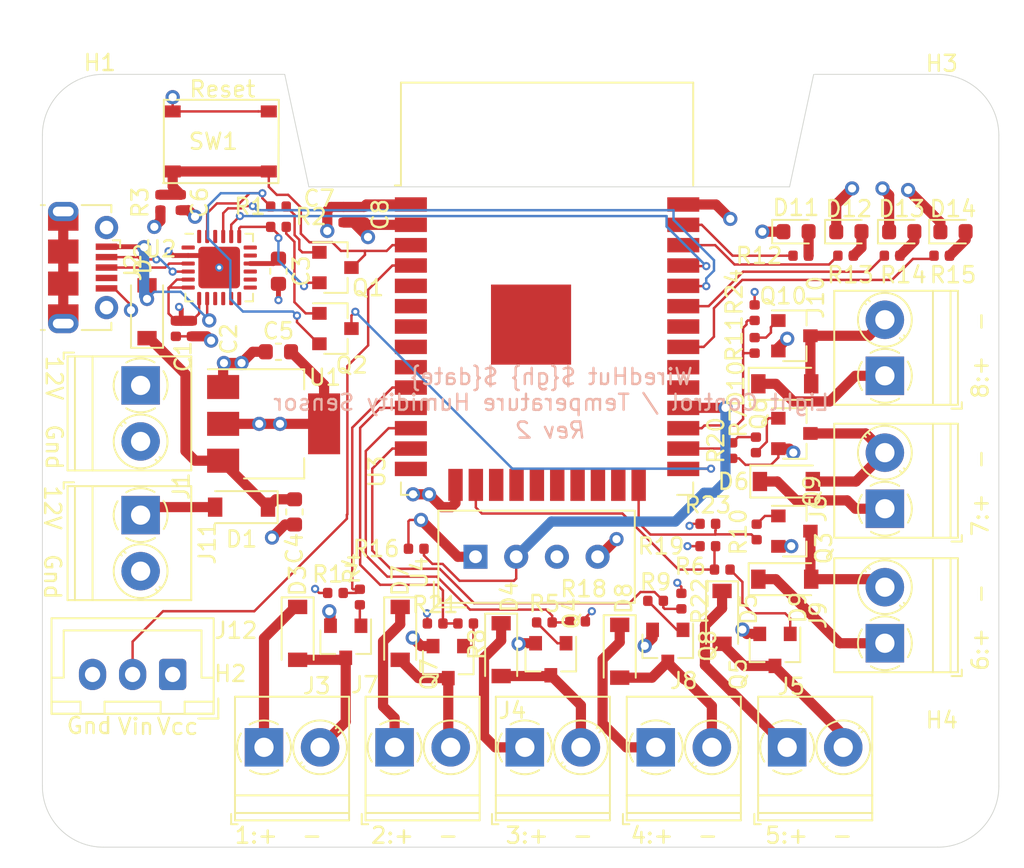
<source format=kicad_pcb>
(kicad_pcb (version 20211014) (generator pcbnew)
  (title_block (date "${date}") (rev "${gh}") (comment 4 "@Comment4@"))
  (layers (0 "F.Cu" signal) (2 "In2.Cu" power) (3 "In3.Cu" power) (31 "B.Cu" signal) (34 "B.Paste" user) (35 "F.Paste" user) (36 "B.SilkS" user "B.Silkscreen") (37 "F.SilkS" user "F.Silkscreen") (38 "B.Mask" user) (39 "F.Mask" user) (44 "Edge.Cuts" user))
  (net 0 "")
  (net 1 "GND")
  (net 2 "+3V3")
  (net 3 "Net-(C3-Pad1)")
  (net 4 "Net-(C4-Pad1)")
  (net 5 "/EN")
  (net 6 "VCC")
  (net 7 "VBUS")
  (net 8 "/USB_RTS")
  (net 9 "Net-(Q1-Pad1)")
  (net 10 "/IO0")
  (net 11 "/USB_DTR")
  (net 12 "Net-(Q2-Pad1)")
  (net 13 "/USB_TX")
  (net 14 "/USB_RX")
  (net 15 "/USB_DM")
  (net 16 "/USB_DP")
  (net 17 "Net-(D3-Pad2)")
  (net 18 "Net-(D4-Pad2)")
  (net 19 "Net-(D5-Pad2)")
  (net 20 "Net-(D6-Pad2)")
  (net 21 "Net-(D7-Pad2)")
  (net 22 "Net-(D8-Pad2)")
  (net 23 "Net-(D9-Pad2)")
  (net 24 "Net-(D10-Pad2)")
  (net 25 "Net-(Q3-Pad1)")
  (net 26 "Net-(Q4-Pad1)")
  (net 27 "Net-(Q5-Pad1)")
  (net 28 "Net-(Q6-Pad1)")
  (net 29 "Net-(Q7-Pad1)")
  (net 30 "Net-(Q8-Pad1)")
  (net 31 "Net-(Q9-Pad1)")
  (net 32 "Net-(Q10-Pad1)")
  (net 33 "/PIR_A")
  (net 34 "/CH_1")
  (net 35 "/CH_3")
  (net 36 "/CH_5")
  (net 37 "/CH_7")
  (net 38 "/CH_2")
  (net 39 "/CH_4")
  (net 40 "/CH_6")
  (net 41 "/CH_8")
  (net 42 "Net-(D11-Pad2)")
  (net 43 "Net-(D12-Pad2)")
  (net 44 "Net-(D13-Pad2)")
  (net 45 "Net-(D14-Pad2)")
  (net 46 "/LED1")
  (net 47 "/LED2")
  (net 48 "/LED3")
  (net 49 "/LED4")
  (net 50 "/DHT_IO")
  (footprint "Resistor_SMD:R_0402_1005Metric" (layer "F.Cu") (at 111.2 69.85 -90)
    (fp_text reference "C1")
    (fp_text value "1uF")
  )
  (footprint "Resistor_SMD:R_0402_1005Metric" (layer "F.Cu") (at 112.2 69.85 -90)
    (fp_text reference "C2")
    (fp_text value "0.1uF")
  )
  (footprint "Resistor_SMD:R_0603_1608Metric" (layer "F.Cu") (at 117.602 66.2685 -90)
    (fp_text reference "C3")
    (fp_text value "4.7uF")
  )
  (footprint "Resistor_SMD:R_0603_1608Metric" (layer "F.Cu") (at 118.6 81.3 -90)
    (fp_text reference "C4")
    (fp_text value "1uF")
  )
  (footprint "Resistor_SMD:R_0603_1608Metric" (layer "F.Cu") (at 117.6 71.3 180)
    (fp_text reference "C5")
    (fp_text value "22uF")
  )
  (footprint "Resistor_SMD:R_0402_1005Metric" (layer "F.Cu") (at 122.936 62.738 90)
    (fp_text reference "C8")
    (fp_text value "0.1uF")
  )
  (footprint "Diode_SMD:D_SOD-123" (layer "F.Cu") (at 115.3 81 180)
    (fp_text reference "D1")
    (fp_text value "D_Schottky")
  )
  (footprint "Diode_SMD:D_SOD-123" (layer "F.Cu") (at 109.4 68.8 90)
    (fp_text reference "D2")
    (fp_text value "D_Schottky")
  )
  (footprint "Package_TO_SOT_SMD:SOT-23" (layer "F.Cu") (at 121.158 69.85)
    (fp_text reference "Q2")
    (fp_text value "Q_NPN_BEC")
  )
  (footprint "Resistor_SMD:R_0402_1005Metric" (layer "F.Cu") (at 117.602 62.23 180)
    (fp_text reference "R1")
    (fp_text value "10kR")
  )
  (footprint "Resistor_SMD:R_0402_1005Metric" (layer "F.Cu") (at 117.602 63.5 180)
    (fp_text reference "R2")
    (fp_text value "10kR")
  )
  (footprint "Resistor_SMD:R_0402_1005Metric" (layer "F.Cu") (at 110.236 61.976 -90)
    (fp_text reference "R3")
    (fp_text value "10kR")
  )
  (footprint "footprints:TS-1187A" (layer "F.Cu") (at 114 58.166)
    (fp_text reference "SW1")
    (fp_text value "SW_Push")
  )
  (footprint "Package_TO_SOT_SMD:SOT-223-3_TabPin2" (layer "F.Cu") (at 117.3 75.8)
    (fp_text reference "U1")
    (fp_text value "AZ1117-3.3")
  )
  (footprint "Package_DFN_QFN:QFN-24-1EP_4x4mm_P0.5mm_EP2.6x2.6mm" (layer "F.Cu") (at 113.904 66.04)
    (fp_text reference "U2")
    (fp_text value "CP2104")
  )
  (footprint "RF_Module:ESP32-WROOM-32" (layer "F.Cu") (at 134.366 70.358)
    (fp_text reference "U3")
    (fp_text value "ESP32-WROOM-32")
  )
  (footprint "Diode_SMD:D_SOD-123" (layer "F.Cu") (at 118.8 88.884 -90)
    (fp_text reference "D3")
    (fp_text value "D_Schottky")
  )
  (footprint "Connector_USB:USB_Micro-B_Molex-105017-0001" (layer "F.Cu") (at 105.41 66.04 -90)
    (fp_text reference "J2")
    (fp_text value "USB_B_Micro")
  )
  (footprint "Resistor_SMD:R_0402_1005Metric" (layer "F.Cu") (at 122.682 86.614 90)
    (fp_text reference "R4")
    (fp_text value "100R")
  )
  (footprint "Resistor_SMD:R_0402_1005Metric" (layer "F.Cu") (at 134.2 88.2)
    (fp_text reference "R5")
    (fp_text value "100R")
  )
  (footprint "Resistor_SMD:R_0402_1005Metric" (layer "F.Cu") (at 145.3 84.9 180)
    (fp_text reference "R6")
    (fp_text value "100R")
  )
  (footprint "Resistor_SMD:R_0402_1005Metric" (layer "F.Cu") (at 147.4 77.115 90)
    (fp_text reference "R7")
    (fp_text value "100R")
  )
  (footprint "Resistor_SMD:R_0402_1005Metric" (layer "F.Cu") (at 129.286 88.265 180)
    (fp_text reference "R8")
    (fp_text value "100R")
  )
  (footprint "Resistor_SMD:R_0402_1005Metric" (layer "F.Cu") (at 141.138 86.852)
    (fp_text reference "R9")
    (fp_text value "100R")
  )
  (footprint "Resistor_SMD:R_0402_1005Metric" (layer "F.Cu") (at 147.32 70.9 -90)
    (fp_text reference "R11")
    (fp_text value "100R")
  )
  (footprint "TerminalBlock_Phoenix:TerminalBlock_Phoenix_PT-1,5-2-3.5-H_1x02_P3.50mm_Horizontal" (layer "F.Cu") (at 109 73.4 -90)
    (fp_text reference "J1")
    (fp_text value "Screw_Terminal_01x02")
  )
  (footprint "TerminalBlock_Phoenix:TerminalBlock_Phoenix_PT-1,5-2-3.5-H_1x02_P3.50mm_Horizontal" (layer "F.Cu") (at 116.7 96)
    (fp_text reference "J3")
    (fp_text value "Screw_Terminal_01x02")
  )
  (footprint "Resistor_SMD:R_0402_1005Metric" (layer "F.Cu") (at 121.666 62.738 90)
    (fp_text reference "C7")
    (fp_text value "10uF")
  )
  (footprint "Package_TO_SOT_SMD:SOT-23" (layer "F.Cu") (at 121.158 66.04)
    (fp_text reference "Q1")
    (fp_text value "Q_NPN_BEC")
  )
  (footprint "Resistor_SMD:R_0402_1005Metric" (layer "F.Cu") (at 111.506 61.976 -90)
    (fp_text reference "C6")
    (fp_text value "0.1uF")
  )
  (footprint "Diode_SMD:D_SOD-123" (layer "F.Cu") (at 131.5 89.9 -90)
    (fp_text reference "D4")
    (fp_text value "D_Schottky")
  )
  (footprint "Diode_SMD:D_SOD-123" (layer "F.Cu") (at 145.288 87.884 -90)
    (fp_text reference "D5")
    (fp_text value "D_Schottky")
  )
  (footprint "Diode_SMD:D_SOD-123" (layer "F.Cu") (at 149.3 79.4)
    (fp_text reference "D6")
    (fp_text value "D_Schottky")
  )
  (footprint "Diode_SMD:D_SOD-123" (layer "F.Cu") (at 125.2 88.884 -90)
    (fp_text reference "D7")
    (fp_text value "D_Schottky")
  )
  (footprint "Diode_SMD:D_SOD-123" (layer "F.Cu") (at 138.9 90 -90)
    (fp_text reference "D8")
    (fp_text value "D_Schottky")
  )
  (footprint "Diode_SMD:D_SOD-123" (layer "F.Cu") (at 149.2 73.3)
    (fp_text reference "D10")
    (fp_text value "D_Schottky")
  )
  (footprint "Package_TO_SOT_SMD:SOT-23" (layer "F.Cu") (at 134.6 90.5 -90)
    (fp_text reference "Q4")
    (fp_text value "Q_NMOS_GDS")
  )
  (footprint "Package_TO_SOT_SMD:SOT-23" (layer "F.Cu") (at 148.59 89.916 -90)
    (fp_text reference "Q5")
    (fp_text value "Q_NMOS_GDS")
  )
  (footprint "Package_TO_SOT_SMD:SOT-23" (layer "F.Cu") (at 149.8 76.4)
    (fp_text reference "Q6")
    (fp_text value "Q_NMOS_GDS")
  )
  (footprint "Package_TO_SOT_SMD:SOT-23" (layer "F.Cu") (at 128.2 90.678 -90)
    (fp_text reference "Q7")
    (fp_text value "Q_NMOS_GDS")
  )
  (footprint "Package_TO_SOT_SMD:SOT-23" (layer "F.Cu") (at 141.9 89.662 -90)
    (fp_text reference "Q8")
    (fp_text value "Q_NMOS_GDS")
  )
  (footprint "TerminalBlock_Phoenix:TerminalBlock_Phoenix_PT-1,5-2-3.5-H_1x02_P3.50mm_Horizontal" (layer "F.Cu") (at 132.978 96)
    (fp_text reference "J4")
    (fp_text value "Screw_Terminal_01x02")
  )
  (footprint "TerminalBlock_Phoenix:TerminalBlock_Phoenix_PT-1,5-2-3.5-H_1x02_P3.50mm_Horizontal" (layer "F.Cu") (at 149.35 96)
    (fp_text reference "J5")
    (fp_text value "Screw_Terminal_01x02")
  )
  (footprint "TerminalBlock_Phoenix:TerminalBlock_Phoenix_PT-1,5-2-3.5-H_1x02_P3.50mm_Horizontal" (layer "F.Cu") (at 155.448 81.1 90)
    (fp_text reference "J6")
    (fp_text value "Screw_Terminal_01x02")
  )
  (footprint "TerminalBlock_Phoenix:TerminalBlock_Phoenix_PT-1,5-2-3.5-H_1x02_P3.50mm_Horizontal" (layer "F.Cu") (at 124.85 96)
    (fp_text reference "J7")
    (fp_text value "Screw_Terminal_01x02")
  )
  (footprint "TerminalBlock_Phoenix:TerminalBlock_Phoenix_PT-1,5-2-3.5-H_1x02_P3.50mm_Horizontal" (layer "F.Cu") (at 141.15 96)
    (fp_text reference "J8")
    (fp_text value "Screw_Terminal_01x02")
  )
  (footprint "TerminalBlock_Phoenix:TerminalBlock_Phoenix_PT-1,5-2-3.5-H_1x02_P3.50mm_Horizontal" (layer "F.Cu") (at 155.448 72.8 90)
    (fp_text reference "J10")
    (fp_text value "Screw_Terminal_01x02")
  )
  (footprint "Resistor_SMD:R_0402_1005Metric" (layer "F.Cu") (at 147.447 82.55 -90)
    (fp_text reference "R10")
    (fp_text value "100R")
  )
  (footprint "TerminalBlock_Phoenix:TerminalBlock_Phoenix_PT-1,5-2-3.5-H_1x02_P3.50mm_Horizontal" (layer "F.Cu") (at 155.448 89.5 90)
    (fp_text reference "J9")
    (fp_text value "Screw_Terminal_01x02")
  )
  (footprint "Package_TO_SOT_SMD:SOT-23" (layer "F.Cu") (at 149.8 82.5)
    (fp_text reference "Q9")
    (fp_text value "Q_NMOS_GDS")
  )
  (footprint "TerminalBlock_Phoenix:TerminalBlock_Phoenix_PT-1,5-2-3.5-H_1x02_P3.50mm_Horizontal" (layer "F.Cu") (at 109 81.5 -90)
    (fp_text reference "J11")
    (fp_text value "Screw_Terminal_01x02")
  )
  (footprint "Connector_JST:JST_XH_B3B-XH-A_1x03_P2.50mm_Vertical" (layer "F.Cu") (at 111 91.45 180)
    (fp_text reference "J12")
    (fp_text value "Conn_01x03")
  )
  (footprint "MountingHole:MountingHole_3.2mm_M3" (layer "F.Cu") (at 106.45 57.45)
    (fp_text reference "H1")
    (fp_text value "MountingHole")
  )
  (footprint "MountingHole:MountingHole_3.2mm_M3" (layer "F.Cu") (at 106.5 98.5)
    (fp_text reference "H2")
    (fp_text value "MountingHole")
  )
  (footprint "MountingHole:MountingHole_3.2mm_M3" (layer "F.Cu") (at 159 57.5)
    (fp_text reference "H3")
    (fp_text value "MountingHole")
  )
  (footprint "MountingHole:MountingHole_3.2mm_M3" (layer "F.Cu") (at 159 98.5)
    (fp_text reference "H4")
    (fp_text value "MountingHole")
  )
  (footprint "Diode_SMD:D_SOD-123" (layer "F.Cu") (at 149.2 85.5)
    (fp_text reference "D9")
    (fp_text value "D_Schottky")
  )
  (footprint "LED_SMD:LED_0603_1608Metric" (layer "F.Cu") (at 149.9 63.8)
    (fp_text reference "D11")
    (fp_text value "Green")
  )
  (footprint "LED_SMD:LED_0603_1608Metric" (layer "F.Cu") (at 153.2 63.8)
    (fp_text reference "D12")
    (fp_text value "Green")
  )
  (footprint "LED_SMD:LED_0603_1608Metric" (layer "F.Cu") (at 156.5 63.8)
    (fp_text reference "D13")
    (fp_text value "Red")
  )
  (footprint "LED_SMD:LED_0603_1608Metric" (layer "F.Cu") (at 159.7 63.8)
    (fp_text reference "D14")
    (fp_text value "Red")
  )
  (footprint "Resistor_SMD:R_0402_1005Metric" (layer "F.Cu") (at 150.2 65.3)
    (fp_text reference "R12")
    (fp_text value "47R")
  )
  (footprint "Resistor_SMD:R_0402_1005Metric" (layer "F.Cu") (at 153 65.3)
    (fp_text reference "R13")
    (fp_text value "47R")
  )
  (footprint "Resistor_SMD:R_0402_1005Metric" (layer "F.Cu") (at 155.9 65.3)
    (fp_text reference "R14")
    (fp_text value "150R")
  )
  (footprint "Resistor_SMD:R_0402_1005Metric" (layer "F.Cu") (at 159 65.3)
    (fp_text reference "R15")
    (fp_text value "150R")
  )
  (footprint "Sensor:Aosong_DHT11_5.5x12.0_P2.54mm" (layer "F.Cu") (at 129.9 84.1 90)
    (fp_text reference "U4")
    (fp_text value "DHT11")
  )
  (footprint "Resistor_SMD:R_0402_1005Metric" (layer "F.Cu") (at 126.2 83.6 180)
    (fp_text reference "R16")
    (fp_text value "10kR")
  )
  (footprint "Package_TO_SOT_SMD:SOT-23" (layer "F.Cu") (at 121.8 89.408 -90)
    (fp_text reference "Q3")
    (fp_text value "Q_NMOS_GSD")
  )
  (footprint "Resistor_SMD:R_0402_1005Metric" (layer "F.Cu") (at 121.158 86.36)
    (fp_text reference "R17")
    (fp_text value "10kR")
  )
  (footprint "Resistor_SMD:R_0402_1005Metric" (layer "F.Cu") (at 136.271 88.138 180)
    (fp_text reference "R18")
    (fp_text value "10kR")
  )
  (footprint "Resistor_SMD:R_0402_1005Metric" (layer "F.Cu") (at 144.399 83.439)
    (fp_text reference "R19")
    (fp_text value "10kR")
  )
  (footprint "Resistor_SMD:R_0402_1005Metric" (layer "F.Cu") (at 145.923 77.47 90)
    (fp_text reference "R20")
    (fp_text value "10kR")
  )
  (footprint "Resistor_SMD:R_0402_1005Metric" (layer "F.Cu") (at 127.381 88.265)
    (fp_text reference "R21")
    (fp_text value "10kR")
  )
  (footprint "Resistor_SMD:R_0402_1005Metric" (layer "F.Cu") (at 142.748 86.868 -90)
    (fp_text reference "R22")
    (fp_text value "10kR")
  )
  (footprint "Resistor_SMD:R_0402_1005Metric" (layer "F.Cu") (at 144.399 82.042)
    (fp_text reference "R23")
    (fp_text value "10kR")
  )
  (footprint "Resistor_SMD:R_0402_1005Metric" (layer "F.Cu") (at 147.32 68.857 -90)
    (fp_text reference "R24")
    (fp_text value "10kR")
  )
  (footprint "Package_TO_SOT_SMD:SOT-23" (layer "F.Cu") (at 149.8 70.3)
    (fp_text reference "Q10")
    (fp_text value "Q_NMOS_GDS")
  )
  (gr_line (start 102.87 57.785) (end 102.87 98.425) (layer "Edge.Cuts") (width 0.05))
  (gr_line (start 106.68 102.235) (end 158.75 102.235) (layer "Edge.Cuts") (width 0.05))
  (gr_line (start 162.56 98.425) (end 162.56 57.785) (layer "Edge.Cuts") (width 0.05))
  (gr_line (start 117.975 53.975) (end 118 54) (layer "Edge.Cuts") (width 0.05))
  (gr_line (start 151.025 53.975) (end 151 54) (layer "Edge.Cuts") (width 0.05))
  (gr_line (start 158.75 53.975) (end 151.025 53.975) (layer "Edge.Cuts") (width 0.05))
  (gr_arc (start 106.68 102.235) (mid 103.985923 101.119077) (end 102.87 98.425) (layer "Edge.Cuts") (width 0.05))
  (gr_arc (start 102.87 57.785) (mid 103.985923 55.090923) (end 106.68 53.975) (layer "Edge.Cuts") (width 0.05))
  (gr_arc (start 162.56 98.425) (mid 161.444077 101.119077) (end 158.75 102.235) (layer "Edge.Cuts") (width 0.05))
  (gr_line (start 119.5 61) (end 149.5 61) (layer "Edge.Cuts") (width 0.05))
  (gr_arc (start 158.75 53.975) (mid 161.444077 55.090923) (end 162.56 57.785) (layer "Edge.Cuts") (width 0.05))
  (gr_line (start 106.68 53.975) (end 117.975 53.975) (layer "Edge.Cuts") (width 0.05))
  (gr_line (start 149.5 61) (end 151 54) (layer "Edge.Cuts") (width 0.05))
  (gr_line (start 118 54) (end 119.5 61) (layer "Edge.Cuts") (width 0.05))
  (gr_text "Rev 2" (at 134.62 76.2) (layer "B.SilkS") (effects (font (size 1 1) (thickness 0.15) italic) (justify mirror)))
  (gr_text "WiredHut ${gh} ${date}\nLight Control / Temperature Humidity Sensor" (at 134.62 73.66) (layer "B.SilkS") (effects (font (size 1 1)) (justify mirror)))
  (gr_text "12V  Gnd" (at 103.5 83.2 270) (layer "F.SilkS") (effects (font (size 1 1))))
  (gr_text "5:+  -" (at 150.7 101.5) (layer "F.SilkS") (effects (font (size 1 1))))
  (gr_text "Gnd" (at 105.8 94.65) (layer "F.SilkS") (effects (font (size 1 1))))
  (gr_text "6:+  -" (at 161.4 88.5 90) (layer "F.SilkS") (effects (font (size 1 1))))
  (gr_text "8:+  -" (at 161.4 71.5 90) (layer "F.SilkS") (effects (font (size 1 1))))
  (gr_text "Vcc" (at 111.3 94.7) (layer "F.SilkS") (effects (font (size 1 1))))
  (gr_text "Vin" (at 108.7 94.7) (layer "F.SilkS") (effects (font (size 1 1))))
  (gr_text "4:+  -" (at 142.3 101.5) (layer "F.SilkS") (effects (font (size 1 1))))
  (gr_text "12V  Gnd" (at 103.6 75.1 270) (layer "F.SilkS") (effects (font (size 1 1))))
  (gr_text "2:+  -" (at 126.1 101.5) (layer "F.SilkS") (effects (font (size 1 1))))
  (gr_text "1:+  -" (at 117.6 101.5) (layer "F.SilkS") (effects (font (size 1 1))))
  (gr_text "Reset" (at 114.1 54.9) (layer "F.SilkS") (effects (font (size 1 1))))
  (gr_text "7:+  -" (at 161.4 80.1 90) (layer "F.SilkS") (effects (font (size 1 1))))
  (gr_text "3:+  -" (at 134.5 101.5) (layer "F.SilkS") (effects (font (size 1 1))))
  (segment (start 142.866 62.103) (end 144.903 62.103) (width 0.635) (layer "F.Cu") (net 1))
  (segment (start 118.0125 82.0875) (end 117.2 82.9) (width 0.635) (layer "F.Cu") (net 1))
  (segment (start 147.64 88.916) (end 146.828 88.916) (width 0.635) (layer "F.Cu") (net 1))
  (segment (start 111.991 62.461) (end 112.395 62.865) (width 0.635) (layer "F.Cu") (net 1))
  (segment (start 147.32 68.372) (end 147.32 67.564) (width 0.1524) (layer "F.Cu") (net 1))
  (segment (start 125.866 62.103) (end 123.086 62.103) (width 0.635) (layer "F.Cu") (net 1))
  (segment (start 116.8125 71.3) (end 116 71.3) (width 0.635) (layer "F.Cu") (net 1))
  (segment (start 140.95 88.662) (end 140.95 89.174) (width 0.635) (layer "F.Cu") (net 1))
  (segment (start 122.936 62.253) (end 121.666 62.253) (width 0.635) (layer "F.Cu") (net 1))
  (segment (start 148.3434 78.359) (end 148.8 77.9024) (width 0.1524) (layer "F.Cu") (net 1))
  (segment (start 140.95 89.174) (end 140.462 89.662) (width 0.635) (layer "F.Cu") (net 1))
  (segment (start 111.2 70.335) (end 112.2 70.335) (width 0.1524) (layer "F.Cu") (net 1))
  (segment (start 120.87609 62.25791) (end 120.65 62.484) (width 0.635) (layer "F.Cu") (net 1))
  (segment (start 113.154 65.29) (end 113.904 66.04) (width 0.3048) (layer "F.Cu") (net 1))
  (segment (start 126.896 87.653) (end 126.873 87.63) (width 0.1524) (layer "F.Cu") (net 1))
  (segment (start 143.914 83.439) (end 143.129 83.439) (width 0.1524) (layer "F.Cu") (net 1))
  (segment (start 107.3475 67.34) (end 108.4 68.3925) (width 0.1524) (layer "F.Cu") (net 1))
  (segment (start 108.4 68.3925) (end 108.4 68.7) (width 0.1524) (layer "F.Cu") (net 1))
  (segment (start 117 56.291) (end 116.3476 56.291) (width 0.1524) (layer "F.Cu") (net 1))
  (segment (start 152.4125 63.8) (end 152.4125 62.0875) (width 0.635) (layer "F.Cu") (net 1))
  (segment (start 127.25 89.678) (end 126.508 89.678) (width 0.635) (layer "F.Cu") (net 1))
  (segment (start 115.3 72) (end 114.2 72) (width 0.635) (layer "F.Cu") (net 1))
  (segment (start 137.6 84.1) (end 138.7 83) (width 0.635) (layer "F.Cu") (net 1))
  (segment (start 148.8 83.45) (end 149.595 83.45) (width 0.635) (layer "F.Cu") (net 1))
  (segment (start 127.8 81) (end 127 80.2) (width 0.635) (layer "F.Cu") (net 1))
  (segment (start 148.8 71.25) (end 148.8 71.037) (width 0.635) (layer "F.Cu") (net 1))
  (segment (start 116.3476 56.291) (end 111 56.291) (width 0.1524) (layer "F.Cu") (net 1))
  (segment (start 143.914 82.042) (end 143.383 82.042) (width 0.1524) (layer "F.Cu") (net 1))
  (segment (start 113.135 70.335) (end 113.4 70.6) (width 0.635) (layer "F.Cu") (net 1))
  (segment (start 155.7125 61.5125) (end 155.3 61.1) (width 0.635) (layer "F.Cu") (net 1))
  (segment (start 144.903 62.103) (end 145.8 63) (width 0.635) (layer "F.Cu") (net 1))
  (segment (start 117.602 67.056) (end 117.602 68.072) (width 0.3048) (layer "F.Cu") (net 1))
  (segment (start 136.756 87.907) (end 137.16 87.503) (width 0.1524) (layer "F.Cu") (net 1))
  (segment (start 106.8725 67.34) (end 107.3475 67.34) (width 0.1524) (layer "F.Cu") (net 1))
  (segment (start 137.52 84.1) (end 137.6 84.1) (width 0.635) (layer "F.Cu") (net 1))
  (segment (start 146.343 77.955) (end 146.747 78.359) (width 0.1524) (layer "F.Cu") (net 1))
  (segment (start 149.595 83.45) (end 149.606 83.439) (width 0.635) (layer "F.Cu") (net 1))
  (segment (start 114.15 72.05) (end 114.2 72) (width 0.635) (layer "F.Cu") (net 1))
  (segment (start 118.6 82.0875) (end 118.0125 82.0875) (width 0.635) (layer "F.Cu") (net 1))
  (segment (start 132.623 89.5) (end 132.588 89.535) (width 0.635) (layer "F.Cu") (net 1))
  (segment (start 148.8 77.9024) (end 148.8 77.35) (width 0.1524) (layer "F.Cu") (net 1))
  (segment (start 145.923 77.955) (end 146.343 77.955) (width 0.1524) (layer "F.Cu") (net 1))
  (segment (start 111.9665 65.29) (end 113.154 65.29) (width 0.3048) (layer "F.Cu") (net 1))
  (segment (start 128.4 81) (end 127.8 81) (width 0.635) (layer "F.Cu") (net 1))
  (segment (start 120.65 62.484) (end 120.65 63.754) (width 0.635) (layer "F.Cu") (net 1))
  (segment (start 142.748 85.979) (end 142.494 85.725) (width 0.1524) (layer "F.Cu") (net 1))
  (segment (start 148.8 77.35) (end 149.486 77.35) (width 0.635) (layer "F.Cu") (net 1))
  (segment (start 133.65 89.5) (end 132.623 89.5) (width 0.635) (layer "F.Cu") (net 1))
  (segment (start 111.01 65.29) (end 110.744 65.024) (width 0.3048) (layer "F.Cu") (net 1))
  (segment (start 111.9665 65.29) (end 111.01 65.29) (width 0.3048) (layer "F.Cu") (net 1))
  (segment (start 127 80.2) (end 126 80.2) (width 0.635) (layer "F.Cu") (net 1))
  (segment (start 121.666 62.253) (end 120.881 62.253) (width 0.635) (layer "F.Cu") (net 1))
  (segment (start 128.651 80.749) (end 128.4 81) (width 0.635) (layer "F.Cu") (net 1))
  (segment (start 120.881 62.253) (end 120.87609 62.25791) (width 0.635) (layer "F.Cu") (net 1))
  (segment (start 149.1125 63.8) (end 147.8 63.8) (width 0.635) (layer "F.Cu") (net 1))
  (segment (start 111.506 62.461) (end 111.991 62.461) (width 0.635) (layer "F.Cu") (net 1))
  (segment (start 126.508 89.678) (end 125.984 89.154) (width 0.635) (layer "F.Cu") (net 1))
  (segment (start 149.486 77.35) (end 149.733 77.597) (width 0.635) (layer "F.Cu") (net 1))
  (segment (start 112.2 70.335) (end 113.135 70.335) (width 0.635) (layer "F.Cu") (net 1))
  (segment (start 111 56.291) (end 111 55.4) (width 0.1524) (layer "F.Cu") (net 1))
  (segment (start 155.7125 63.8) (end 155.7125 61.5125) (width 0.635) (layer "F.Cu") (net 1))
  (segment (start 104.1725 63.14) (end 104.1725 65.04) (width 0.635) (layer "F.Cu") (net 1))
  (segment (start 152.4125 62.0875) (end 153.4 61.1) (width 0.635) (layer "F.Cu") (net 1))
  (segment (start 126.896 88.265) (end 126.896 87.653) (width 0.1524) (layer "F.Cu") (net 1))
  (segment (start 104.1725 67.04) (end 104.1725 68.94) (width 0.635) (layer "F.Cu") (net 1))
  (segment (start 120.85 88.408) (end 120.85 87.576) (width 0.635) (layer "F.Cu") (net 1))
  (segment (start 148.8 71.037) (end 149.352 70.485) (width 0.635) (layer "F.Cu") (net 1))
  (segment (start 123.086 62.103) (end 122.936 62.253) (width 0.635) (layer "F.Cu") (net 1))
  (segment (start 146.828 88.916) (end 146.558 88.646) (width 0.635) (layer "F.Cu") (net 1))
  (segment (start 136.756 88.138) (end 136.756 87.907) (width 0.1524) (layer "F.Cu") (net 1))
  (segment (start 104.1725 65.04) (end 104.1725 67.04) (width 0.635) (layer "F.Cu") (net 1))
  (segment (start 143.383 82.042) (end 143.256 82.169) (width 0.1524) (layer "F.Cu") (net 1))
  (segment (start 120.142 86.36) (end 119.888 86.106) (width 0.1524) (layer "F.Cu") (net 1))
  (segment (start 128.651 79.613) (end 128.651 80.749) (width 0.635) (layer "F.Cu") (net 1))
  (segment (start 116 71.3) (end 115.3 72) (width 0.635) (layer "F.Cu") (net 1))
  (segment (start 120.673 86.36) (end 120.142 86.36) (width 0.1524) (layer "F.Cu") (net 1))
  (segment (start 158.9125 63.2125) (end 156.9 61.2) (width 0.635) (layer "F.Cu") (net 1))
  (segment (start 120.85 87.576) (end 120.777 87.503) (width 0.635) (layer "F.Cu") (net 1))
  (segment (start 114.15 73.5) (end 114.15 72.05) (width 0.635) (layer "F.Cu") (net 1))
  (segment (start 142.748 86.383) (end 142.748 85.979) (width 0.1524) (layer "F.Cu") (net 1))
  (segment (start 158.9125 63.8) (end 158.9125 63.2125) (width 0.635) (layer "F.Cu") (net 1))
  (segment (start 146.747 78.359) (end 148.3434 78.359) (width 0.1524) (layer "F.Cu") (net 1))
  (via (at 140.462 89.662) (size 0.889) (drill 0.508) (layers "F.Cu" "B.Cu") (net 1))
  (via (at 147.32 67.564) (size 0.508) (drill 0.254) (layers "F.Cu" "B.Cu") (net 1))
  (via (at 108.4 68.7) (size 0.889) (drill 0.508) (layers "F.Cu" "B.Cu") (net 1))
  (via (at 126 80.2) (size 0.889) (drill 0.508) (layers "F.Cu" "B.Cu") (net 1))
  (via (at 113.4 70.6) (size 0.889) (drill 0.508) (layers "F.Cu" "B.Cu") (net 1))
  (via (at 156.9 61.2) (size 0.889) (drill 0.508) (layers "F.Cu" "B.Cu") (net 1))
  (via (at 149.733 77.597) (size 0.889) (drill 0.508) (layers "F.Cu" "B.Cu") (net 1))
  (via (at 113.904 66.04) (size 0.508) (drill 0.254) (layers "F.Cu" "B.Cu") (net 1))
  (via (at 117.2 82.9) (size 0.889) (drill 0.508) (layers "F.Cu" "B.Cu") (net 1))
  (via (at 155.3 61.1) (size 0.889) (drill 0.508) (layers "F.Cu" "B.Cu") (net 1))
  (via (at 142.494 85.725) (size 0.508) (drill 0.254) (layers "F.Cu" "B.Cu") (net 1))
  (via (at 127 80.2) (size 0.889) (drill 0.508) (layers "F.Cu" "B.Cu") (net 1))
  (via (at 145.8 63) (size 0.889) (drill 0.508) (layers "F.Cu" "B.Cu") (net 1))
  (via (at 147.8 63.8) (size 0.889) (drill 0.508) (layers "F.Cu" "B.Cu") (net 1))
  (via (at 149.606 83.439) (size 0.889) (drill 0.508) (layers "F.Cu" "B.Cu") (net 1))
  (via (at 112.395 62.865) (size 0.889) (drill 0.508) (layers "F.Cu" "B.Cu") (net 1))
  (via (at 110.744 65.024) (size 0.508) (drill 0.254) (layers "F.Cu" "B.Cu") (net 1))
  (via (at 111 55.4) (size 0.889) (drill 0.508) (layers "F.Cu" "B.Cu") (net 1))
  (via (at 114.2 72) (size 0.889) (drill 0.508) (layers "F.Cu" "B.Cu") (net 1))
  (via (at 143.129 83.439) (size 0.508) (drill 0.254) (layers "F.Cu" "B.Cu") (net 1))
  (via (at 120.777 87.503) (size 0.889) (drill 0.508) (layers "F.Cu" "B.Cu") (net 1))
  (via (at 117.602 68.072) (size 0.508) (drill 0.254) (layers "F.Cu" "B.Cu") (net 1))
  (via (at 138.7 83) (size 0.889) (drill 0.508) (layers "F.Cu" "B.Cu") (net 1))
  (via (at 153.4 61.1) (size 0.889) (drill 0.508) (layers "F.Cu" "B.Cu") (net 1))
  (via (at 143.256 82.169) (size 0.508) (drill 0.254) (layers "F.Cu" "B.Cu") (net 1))
  (via (at 115.3 72) (size 0.889) (drill 0.508) (layers "F.Cu" "B.Cu") (net 1))
  (via (at 149.352 70.485) (size 0.889) (drill 0.508) (layers "F.Cu" "B.Cu") (net 1))
  (via (at 126.873 87.63) (size 0.508) (drill 0.254) (layers "F.Cu" "B.Cu") (net 1))
  (via (at 125.984 89.154) (size 0.889) (drill 0.508) (layers "F.Cu" "B.Cu") (net 1))
  (via (at 132.588 89.535) (size 0.889) (drill 0.508) (layers "F.Cu" "B.Cu") (net 1))
  (via (at 146.558 88.646) (size 0.889) (drill 0.508) (layers "F.Cu" "B.Cu") (net 1))
  (via (at 119.888 86.106) (size 0.508) (drill 0.254) (layers "F.Cu" "B.Cu") (net 1))
  (via (at 120.65 63.754) (size 0.889) (drill 0.508) (layers "F.Cu" "B.Cu") (net 1))
  (via (at 137.16 87.503) (size 0.508) (drill 0.254) (layers "F.Cu" "B.Cu") (net 1))
  (segment (start 117.7 75.8) (end 116.4 75.8) (width 0.635) (layer "F.Cu") (net 2))
  (segment (start 121.666 63.223) (end 122.278 63.223) (width 0.635) (layer "F.Cu") (net 2))
  (segment (start 125.871383 81.8) (end 126.5 81.8) (width 0.1524) (layer "F.Cu") (net 2))
  (segment (start 120.45 73.3625) (end 118.3875 71.3) (width 0.635) (layer "F.Cu") (net 2))
  (segment (start 110.744 68.909) (end 111.2 69.365) (width 0.1524) (layer "F.Cu") (net 2))
  (segment (start 110.744 67.31) (end 110.764 67.29) (width 0.1524) (layer "F.Cu") (net 2))
  (segment (start 110.744 67.31) (end 111.264 66.79) (width 0.1524) (layer "F.Cu") (net 2))
  (segment (start 110.236 62.461) (end 110.236 63.119) (width 0.635) (layer "F.Cu") (net 2))
  (segment (start 111.264 66.79) (end 111.9665 66.79) (width 0.1524) (layer "F.Cu") (net 2))
  (segment (start 110.236 63.119) (end 109.855 63.5) (width 0.635) (layer "F.Cu") (net 2))
  (segment (start 122.278 63.223) (end 123.19 64.135) (width 0.635) (layer "F.Cu") (net 2))
  (segment (start 120.45 75.8) (end 120.45 73.3625) (width 0.635) (layer "F.Cu") (net 2))
  (segment (start 111.535 69.365) (end 112.2 69.365) (width 0.635) (layer "F.Cu") (net 2))
  (segment (start 128.8 84.1) (end 126.5 81.8) (width 0.635) (layer "F.Cu") (net 2))
  (segment (start 123.086 63.373) (end 122.936 63.223) (width 0.635) (layer "F.Cu") (net 2))
  (segment (start 110.764 67.29) (end 111.9665 67.29) (width 0.1524) (layer "F.Cu") (net 2))
  (segment (start 125.715 83.6) (end 125.715 81.885) (width 0.1524) (layer "F.Cu") (net 2))
  (segment (start 114.15 75.8) (end 116.4 75.8) (width 0.635) (layer "F.Cu") (net 2))
  (segment (start 125.8 81.8) (end 125.871383 81.8) (width 0.1524) (layer "F.Cu") (net 2))
  (segment (start 111.535 68.635) (end 111.4 68.5) (width 0.3048) (layer "F.Cu") (net 2))
  (segment (start 112.654 67.9775) (end 112.654 68.911) (width 0.1524) (layer "F.Cu") (net 2))
  (segment (start 122.936 63.223) (end 121.666 63.223) (width 0.635) (layer "F.Cu") (net 2))
  (segment (start 112.654 68.911) (end 112.2 69.365) (width 0.1524) (layer "F.Cu") (net 2))
  (segment (start 125.715 81.885) (end 125.8 81.8) (width 0.1524) (layer "F.Cu") (net 2))
  (segment (start 111.2 69.365) (end 111.535 69.365) (width 0.635) (layer "F.Cu") (net 2))
  (segment (start 110.744 67.31) (end 110.744 68.909) (width 0.1524) (layer "F.Cu") (net 2))
  (segment (start 125.866 63.373) (end 123.086 63.373) (width 0.635) (layer "F.Cu") (net 2))
  (segment (start 111.535 69.365) (end 111.535 68.635) (width 0.3048) (layer "F.Cu") (net 2))
  (segment (start 117.7 75.8) (end 120.45 75.8) (width 0.635) (layer "F.Cu") (net 2))
  (segment (start 129.9 84.1) (end 128.8 84.1) (width 0.635) (layer "F.Cu") (net 2))
  (via (at 123.19 64.135) (size 0.889) (drill 0.508) (layers "F.Cu" "B.Cu") (net 2))
  (via (at 116.4 75.8) (size 0.889) (drill 0.508) (layers "F.Cu" "B.Cu") (net 2))
  (via (at 109.855 63.5) (size 0.889) (drill 0.508) (layers "F.Cu" "B.Cu") (net 2))
  (via (at 111.4 68.5) (size 0.508) (drill 0.254) (layers "F.Cu" "B.Cu") (net 2))
  (via (at 117.7 75.8) (size 0.889) (drill 0.508) (layers "F.Cu" "B.Cu") (net 2))
  (via (at 126.5 81.8) (size 0.889) (drill 0.508) (layers "F.Cu" "B.Cu") (net 2))
  (segment (start 117.602 65.481) (end 117.293 65.79) (width 0.3048) (layer "F.Cu") (net 3))
  (segment (start 117.293 65.79) (end 115.8415 65.79) (width 0.3048) (layer "F.Cu") (net 3))
  (segment (start 118.6 80.5125) (end 117.4375 80.5125) (width 0.635) (layer "F.Cu") (net 4))
  (segment (start 117.4375 80.5125) (end 116.95 81) (width 0.635) (layer "F.Cu") (net 4))
  (segment (start 112.4 78.1) (end 114.15 78.1) (width 0.635) (layer "F.Cu") (net 4))
  (segment (start 109.55 70.45) (end 111.8 72.7) (width 0.635) (layer "F.Cu") (net 4))
  (segment (start 111.8 72.7) (end 111.8 77.5) (width 0.635) (layer "F.Cu") (net 4))
  (segment (start 109.4 70.45) (end 109.55 70.45) (width 0.635) (layer "F.Cu") (net 4))
  (segment (start 114.15 78.1) (end 114.15 78.2) (width 0.635) (layer "F.Cu") (net 4))
  (segment (start 111.8 77.5) (end 112.4 78.1) (width 0.635) (layer "F.Cu") (net 4))
  (segment (start 114.15 78.2) (end 116.95 81) (width 0.635) (layer "F.Cu") (net 4))
  (segment (start 117 61) (end 117 60.041) (width 0.1524) (layer "F.Cu") (net 5))
  (segment (start 118.2089 61.5) (end 117.5 61.5) (width 0.1524) (layer "F.Cu") (net 5))
  (segment (start 111 60.041) (end 117 60.041) (width 0.635) (layer "F.Cu") (net 5))
  (segment (start 121.5 65) (end 120.961399 64.461399) (width 0.1524) (layer "F.Cu") (net 5))
  (segment (start 125.866 64.643) (end 124.7136 64.643) (width 0.1524) (layer "F.Cu") (net 5))
  (segment (start 111 60.985) (end 111.506 61.491) (width 0.635) (layer "F.Cu") (net 5))
  (segment (start 119 63.922798) (end 119 62.2911) (width 0.1524) (layer "F.Cu") (net 5))
  (segment (start 120.961399 64.461399) (end 119.538601 64.461399) (width 0.1524) (layer "F.Cu") (net 5))
  (segment (start 119.538601 64.461399) (end 119 63.922798) (width 0.1524) (layer "F.Cu") (net 5))
  (segment (start 123 65.248) (end 122.208 66.04) (width 0.1524) (layer "F.Cu") (net 5))
  (segment (start 124.7136 64.643) (end 124.3566 65) (width 0.1524) (layer "F.Cu") (net 5))
  (segment (start 110.236 61.491) (end 111.506 61.491) (width 0.635) (layer "F.Cu") (net 5))
  (segment (start 117.5 61.5) (end 117 61) (width 0.1524) (layer "F.Cu") (net 5))
  (segment (start 119 62.2911) (end 118.2089 61.5) (width 0.1524) (layer "F.Cu") (net 5))
  (segment (start 124.3566 65) (end 123 65) (width 0.1524) (layer "F.Cu") (net 5))
  (segment (start 111 60.041) (end 111 60.985) (width 0.635) (layer "F.Cu") (net 5))
  (segment (start 123 65) (end 123 65.248) (width 0.1524) (layer "F.Cu") (net 5))
  (segment (start 123 65) (end 121.5 65) (width 0.1524) (layer "F.Cu") (net 5))
  (segment (start 122.208 66.04) (end 122.158 66.04) (width 0.1524) (layer "F.Cu") (net 5))
  (segment (start 153.613 72.8) (end 155.448 72.8) (width 0.635) (layer "F.Cu") (net 6))
  (segment (start 130.430099 95.287099) (end 130.430099 90.404901) (width 0.635) (layer "F.Cu") (net 6))
  (segment (start 148.635 85.5) (end 152.635 89.5) (width 0.635) (layer "F.Cu") (net 6))
  (segment (start 144.218099 88.388901) (end 145.288 87.319) (width 0.635) (layer "F.Cu") (net 6))
  (segment (start 149.35 96) (end 144.218099 90.868099) (width 0.635) (layer "F.Cu") (net 6))
  (segment (start 118.65 87.234) (end 118.8 87.234) (width 0.635) (layer "F.Cu") (net 6))
  (segment (start 124.130099 89.388901) (end 125.2 88.319) (width 0.635) (layer "F.Cu") (net 6))
  (segment (start 113.65 81) (end 109.5 81) (width 0.635) (layer "F.Cu") (net 6))
  (segment (start 139.315 96) (end 141.15 96) (width 0.635) (layer "F.Cu") (net 6))
  (segment (start 145.288 87.319) (end 145.288 86.234) (width 0.635) (layer "F.Cu") (net 6))
  (segment (start 124.85 96) (end 124.85 94.165) (width 0.635) (layer "F.Cu") (net 6))
  (segment (start 109.5 81) (end 109 81.5) (width 0.635) (layer "F.Cu") (net 6))
  (segment (start 125.2 88.319) (end 125.2 87.234) (width 0.635) (layer "F.Cu") (net 6))
  (segment (start 132.978 96) (end 131.143 96) (width 0.635) (layer "F.Cu") (net 6))
  (segment (start 149.735 74.4) (end 152.013 74.4) (width 0.635) (layer "F.Cu") (net 6))
  (segment (start 153.093099 80.580099) (end 153.613 81.1) (width 0.635) (layer "F.Cu") (net 6))
  (segment (start 137.830099 90.504901) (end 137.830099 94.515099) (width 0.635) (layer "F.Cu") (net 6))
  (segment (start 116.7 96) (end 116.7 89.184) (width 0.635) (layer "F.Cu") (net 6))
  (segment (start 147.65 79.4) (end 148.735 79.4) (width 0.635) (layer "F.Cu") (net 6))
  (segment (start 131.143 96) (end 130.430099 95.287099) (width 0.635) (layer "F.Cu") (net 6))
  (segment (start 152.013 74.4) (end 153.613 72.8) (width 0.635) (layer "F.Cu") (net 6))
  (segment (start 130.430099 90.404901) (end 131.5 89.335) (width 0.635) (layer "F.Cu") (net 6))
  (segment (start 153.613 81.1) (end 155.448 81.1) (width 0.635) (layer "F.Cu") (net 6))
  (segment (start 144.218099 90.868099) (end 144.218099 88.388901) (width 0.635) (layer "F.Cu") (net 6))
  (segment (start 116.7 89.184) (end 118.65 87.234) (width 0.635) (layer "F.Cu") (net 6))
  (segment (start 149.915099 80.580099) (end 153.093099 80.580099) (width 0.635) (layer "F.Cu") (net 6))
  (segment (start 124.130099 93.445099) (end 124.130099 89.388901) (width 0.635) (layer "F.Cu") (net 6))
  (segment (start 148.735 79.4) (end 149.915099 80.580099) (width 0.635) (layer "F.Cu") (net 6))
  (segment (start 147.55 73.3) (end 148.635 73.3) (width 0.635) (layer "F.Cu") (net 6))
  (segment (start 124.85 94.165) (end 124.130099 93.445099) (width 0.635) (layer "F.Cu") (net 6))
  (segment (start 137.830099 94.515099) (end 139.315 96) (width 0.635) (layer "F.Cu") (net 6))
  (segment (start 153.613 89.5) (end 155.448 89.5) (width 0.635) (layer "F.Cu") (net 6))
  (segment (start 138.9 88.35) (end 138.9 89.435) (width 0.635) (layer "F.Cu") (net 6))
  (segment (start 147.55 85.5) (end 148.635 85.5) (width 0.635) (layer "F.Cu") (net 6))
  (segment (start 148.635 73.3) (end 149.735 74.4) (width 0.635) (layer "F.Cu") (net 6))
  (segment (start 152.635 89.5) (end 153.613 89.5) (width 0.635) (layer "F.Cu") (net 6))
  (segment (start 131.5 89.335) (end 131.5 88.25) (width 0.635) (layer "F.Cu") (net 6))
  (segment (start 138.9 89.435) (end 137.830099 90.504901) (width 0.635) (layer "F.Cu") (net 6))
  (segment (start 106.8725 64.74) (end 109.19 64.74) (width 0.3048) (layer "F.Cu") (net 7))
  (segment (start 113.154 67.9775) (end 113.154 69.212) (width 0.1524) (layer "F.Cu") (net 7))
  (segment (start 113.154 69.212) (end 113.284 69.342) (width 0.1524) (layer "F.Cu") (net 7))
  (segment (start 109.4 68) (end 109.4 67.15) (width 0.635) (layer "F.Cu") (net 7))
  (segment (start 109.19 64.74) (end 109.22 64.77) (width 0.3048) (layer "F.Cu") (net 7))
  (via (at 109.4 68) (size 0.889) (drill 0.508) (layers "F.Cu" "B.Cu") (net 7))
  (via (at 113.284 69.342) (size 0.889) (drill 0.508) (layers "F.Cu" "B.Cu") (net 7))
  (via (at 109.22 64.77) (size 0.889) (drill 0.508) (layers "F.Cu" "B.Cu") (net 7))
  (segment (start 109.22 67.82) (end 109.4 68) (width 0.635) (layer "B.Cu") (net 7))
  (segment (start 111.497501 67.555501) (end 109.844499 67.555501) (width 0.1524) (layer "B.Cu") (net 7))
  (segment (start 109.22 64.77) (end 109.22 67.82) (width 0.635) (layer "B.Cu") (net 7))
  (segment (start 113.284 69.342) (end 111.497501 67.555501) (width 0.1524) (layer "B.Cu") (net 7))
  (segment (start 109.844499 67.555501) (end 109.4 68) (width 0.1524) (layer "B.Cu") (net 7))
  (segment (start 115.154 64.1025) (end 115.154 63.59) (width 0.1524) (layer "F.Cu") (net 8))
  (segment (start 120.158 66.99) (end 119.41 66.99) (width 0.1524) (layer "F.Cu") (net 8))
  (segment (start 117.6 63.983) (end 117.117 63.5) (width 0.1524) (layer "F.Cu") (net 8))
  (segment (start 119.41 66.99) (end 119.2 67.2) (width 0.1524) (layer "F.Cu") (net 8))
  (segment (start 115.154 63.59) (end 115.244 63.5) (width 0.1524) (layer "F.Cu") (net 8))
  (segment (start 115.244 63.5) (end 117.117 63.5) (width 0.1524) (layer "F.Cu") (net 8))
  (segment (start 117.6 64.2) (end 117.6 63.983) (width 0.1524) (layer "F.Cu") (net 8))
  (via (at 117.6 64.2) (size 0.508) (drill 0.254) (layers "F.Cu" "B.Cu") (net 8))
  (via (at 119.2 67.2) (size 0.508) (drill 0.254) (layers "F.Cu" "B.Cu") (net 8))
  (segment (start 119.2 67.2) (end 117.6 65.6) (width 0.1524) (layer "B.Cu") (net 8))
  (segment (start 117.6 65.6) (end 117.6 64.2) (width 0.1524) (layer "B.Cu") (net 8))
  (segment (start 118.61061 64.012544) (end 118.90481 64.306744) (width 0.1524) (layer "F.Cu") (net 9))
  (segment (start 118.61061 62.75361) (end 118.61061 64.012544) (width 0.1524) (layer "F.Cu") (net 9))
  (segment (start 118.90481 64.306744) (end 118.90481 64.90481) (width 0.1524) (layer "F.Cu") (net 9))
  (segment (start 118.90481 64.90481) (end 119.09 65.09) (width 0.1524) (layer "F.Cu") (net 9))
  (segment (start 119.09 65.09) (end 120.158 65.09) (width 0.1524) (layer "F.Cu") (net 9))
  (segment (start 118.087 62.23) (end 118.61061 62.75361) (width 0.1524) (layer "F.Cu") (net 9))
  (segment (start 142.879 78.6) (end 142.866 78.613) (width 0.1524) (layer "F.Cu") (net 10))
  (segment (start 122.158 69.042) (end 122.4 68.8) (width 0.1524) (layer "F.Cu") (net 10))
  (segment (start 122.158 69.85) (end 122.158 69.042) (width 0.1524) (layer "F.Cu") (net 10))
  (segment (start 144.6 78.6) (end 142.879 78.6) (width 0.1524) (layer "F.Cu") (net 10))
  (via (at 122.4 68.8) (size 0.508) (drill 0.254) (layers "F.Cu" "B.Cu") (net 10))
  (via (at 144.6 78.6) (size 0.508) (drill 0.254) (layers "F.Cu" "B.Cu") (net 10))
  (segment (start 122.4 68.8) (end 132.2 78.6) (width 0.1524) (layer "B.Cu") (net 10))
  (segment (start 132.2 78.6) (end 144.6 78.6) (width 0.1524) (layer "B.Cu") (net 10))
  (segment (start 115.8 61.4) (end 116.6 61.4) (width 0.1524) (layer "F.Cu") (net 11))
  (segment (start 113.154 62.646) (end 113.76289 62.03711) (width 0.1524) (layer "F.Cu") (net 11))
  (segment (start 120.158 70.8) (end 120.108 70.8) (width 0.1524) (layer "F.Cu") (net 11))
  (segment (start 113.154 64.1025) (end 113.154 62.646) (width 0.1524) (layer "F.Cu") (net 11))
  (segment (start 118.75875 69.45075) (end 118.75875 69.04125) (width 0.1524) (layer "F.Cu") (net 11))
  (segment (start 113.76289 62.03711) (end 115.16289 62.03711) (width 0.1524) (layer "F.Cu") (net 11))
  (segment (start 120.108 70.8) (end 118.75875 69.45075) (width 0.1524) (layer "F.Cu") (net 11))
  (segment (start 116.6 61.713) (end 117.117 62.23) (width 0.1524) (layer "F.Cu") (net 11))
  (segment (start 115.16289 62.03711) (end 115.8 61.4) (width 0.1524) (layer "F.Cu") (net 11))
  (segment (start 116.6 61.4) (end 116.6 61.713) (width 0.1524) (layer "F.Cu") (net 11))
  (via (at 118.75875 69.04125) (size 0.508) (drill 0.254) (layers "F.Cu" "B.Cu") (net 11))
  (via (at 116.6 61.4) (size 0.508) (drill 0.254) (layers "F.Cu" "B.Cu") (net 11))
  (segment (start 114 61.4) (end 116.6 61.4) (width 0.1524) (layer "B.Cu") (net 11))
  (segment (start 115.387251 68.787251) (end 114.6 68) (width 0.1524) (layer "B.Cu") (net 11))
  (segment (start 113.2 62.2) (end 114 61.4) (width 0.1524) (layer "B.Cu") (net 11))
  (segment (start 114.6 68) (end 114.6 65.6) (width 0.1524) (layer "B.Cu") (net 11))
  (segment (start 118.75875 69.04125) (end 118.504751 68.787251) (width 0.1524) (layer "B.Cu") (net 11))
  (segment (start 118.504751 68.787251) (end 115.387251 68.787251) (width 0.1524) (layer "B.Cu") (net 11))
  (segment (start 113.2 64.2) (end 113.2 62.2) (width 0.1524) (layer "B.Cu") (net 11))
  (segment (start 114.6 65.6) (end 113.2 64.2) (width 0.1524) (layer "B.Cu") (net 11))
  (segment (start 118.6 68.2) (end 119.3 68.9) (width 0.1524) (layer "F.Cu") (net 12))
  (segment (start 118.087 63.92) (end 118.6 64.433) (width 0.1524) (layer "F.Cu") (net 12))
  (segment (start 118.6 64.433) (end 118.6 68.2) (width 0.1524) (layer "F.Cu") (net 12))
  (segment (start 118.087 63.5) (end 118.087 63.92) (width 0.1524) (layer "F.Cu") (net 12))
  (segment (start 119.3 68.9) (end 120.158 68.9) (width 0.1524) (layer "F.Cu") (net 12))
  (segment (start 116 62.2) (end 115.431066 62.2) (width 0.1524) (layer "F.Cu") (net 13))
  (segment (start 142.883 67.2) (end 142.866 67.183) (width 0.1524) (layer "F.Cu") (net 13))
  (segment (start 115.431066 62.2) (end 115.289146 62.34192) (width 0.1524) (layer "F.Cu") (net 13))
  (segment (start 114.45808 62.34192) (end 114.154 62.646) (width 0.1524) (layer "F.Cu") (net 13))
  (segment (start 114.154 62.646) (end 114.154 64.1025) (width 0.1524) (layer "F.Cu") (net 13))
  (segment (start 115.289146 62.34192) (end 114.45808 62.34192) (width 0.1524) (layer "F.Cu") (net 13))
  (segment (start 144.3 67.2) (end 142.883 67.2) (width 0.1524) (layer "F.Cu") (net 13))
  (via (at 116 62.2) (size 0.508) (drill 0.254) (layers "F.Cu" "B.Cu") (net 13))
  (via (at 144.3 67.2) (size 0.508) (drill 0.254) (layers "F.Cu" "B.Cu") (net 13))
  (segment (start 116.453999 62.458601) (end 142.258601 62.458601) (width 0.1524) (layer "B.Cu") (net 13))
  (segment (start 116.449397 62.453999) (end 116.453999 62.458601) (width 0.1524) (layer "B.Cu") (net 13))
  (segment (start 144.782601 65.582601) (end 144.782601 66.232601) (width 0.1524) (layer "B.Cu") (net 13))
  (segment (start 116.253999 62.453999) (end 116.449397 62.453999) (width 0.1524) (layer "B.Cu") (net 13))
  (segment (start 142.258601 62.458601) (end 142.258601 63.058601) (width 0.1524) (layer "B.Cu") (net 13))
  (segment (start 144.782601 66.232601) (end 144.3 66.715202) (width 0.1524) (layer "B.Cu") (net 13))
  (segment (start 142.258601 63.058601) (end 144.782601 65.582601) (width 0.1524) (layer "B.Cu") (net 13))
  (segment (start 144.3 66.715202) (end 144.3 67.2) (width 0.1524) (layer "B.Cu") (net 13))
  (segment (start 116 62.2) (end 116.253999 62.453999) (width 0.1524) (layer "B.Cu") (net 13))
  (segment (start 114.654 63.367478) (end 115.196958 62.82452) (width 0.1524) (layer "F.Cu") (net 14))
  (segment (start 114.654 64.1025) (end 114.654 63.367478) (width 0.1524) (layer "F.Cu") (net 14))
  (segment (start 144.3 65.95) (end 142.903 65.95) (width 0.1524) (layer "F.Cu") (net 14))
  (segment (start 142.903 65.95) (end 142.866 65.913) (width 0.1524) (layer "F.Cu") (net 14))
  (via (at 144.3 65.95) (size 0.508) (drill 0.254) (layers "F.Cu" "B.Cu") (net 14))
  (via (at 115.196958 62.82452) (size 0.508) (drill 0.254) (layers "F.Cu" "B.Cu") (net 14))
  (segment (start 141.82452 62.82452) (end 141.82452 63.47452) (width 0.1524) (layer "B.Cu") (net 14))
  (segment (start 141.82452 63.47452) (end 144.3 65.95) (width 0.1524) (layer "B.Cu") (net 14))
  (segment (start 115.196958 62.82452) (end 141.82452 62.82452) (width 0.1524) (layer "B.Cu") (net 14))
  (segment (start 110.998 66.294) (end 111.9625 66.294) (width 0.1524) (layer "F.Cu") (net 15))
  (segment (start 106.8725 65.39) (end 108.84381 65.39) (width 0.1524) (layer "F.Cu") (net 15))
  (segment (start 108.98581 65.532) (end 109.982 65.532) (width 0.1524) (layer "F.Cu") (net 15))
  (segment (start 111.9625 66.294) (end 111.9665 66.29) (width 0.1524) (layer "F.Cu") (net 15))
  (segment (start 108.84381 65.39) (end 108.98581 65.532) (width 0.1524) (layer "F.Cu") (net 15))
  (via (at 110.998 66.294) (size 0.508) (drill 0.254) (layers "F.Cu" "B.Cu") (net 15))
  (via (at 109.982 65.532) (size 0.508) (drill 0.254) (layers "F.Cu" "B.Cu") (net 15))
  (segment (start 109.982 65.532) (end 110.236 65.532) (width 0.1524) (layer "B.Cu") (net 15))
  (segment (start 110.236 65.532) (end 110.998 66.294) (width 0.1524) (layer "B.Cu") (net 15))
  (segment (start 110.79575 65.79) (end 111.9665 65.79) (width 0.1524) (layer "F.Cu") (net 16))
  (segment (start 110.53775 66.04) (end 110.79175 65.786) (width 0.1524) (layer "F.Cu") (net 16))
  (segment (start 106.8725 66.04) (end 110.53775 66.04) (width 0.1524) (layer "F.Cu") (net 16))
  (segment (start 110.79175 65.786) (end 110.79575 65.79) (width 0.1524) (layer "F.Cu") (net 16))
  (segment (start 121.8 94.4) (end 120.2 96) (width 0.635) (layer "F.Cu") (net 17))
  (segment (start 118.8 90.534) (end 121.674 90.534) (width 0.635) (layer "F.Cu") (net 17))
  (segment (start 121.674 90.534) (end 121.8 90.408) (width 0.635) (layer "F.Cu") (net 17))
  (segment (start 121.8 90.408) (end 121.8 94.4) (width 0.635) (layer "F.Cu") (net 17))
  (segment (start 136.478 96) (end 136.478 93.378) (width 0.635) (layer "F.Cu") (net 18))
  (segment (start 136.478 93.378) (end 134.6 91.5) (width 0.635) (layer "F.Cu") (net 18))
  (segment (start 134.55 91.55) (end 134.6 91.5) (width 0.635) (layer "F.Cu") (net 18))
  (segment (start 131.5 91.55) (end 134.55 91.55) (width 0.635) (layer "F.Cu") (net 18))
  (segment (start 148.59 90.966) (end 152.85 95.226) (width 0.635) (layer "F.Cu") (net 19))
  (segment (start 152.85 95.226) (end 152.85 96) (width 0.635) (layer "F.Cu") (net 19))
  (segment (start 145.288 89.534) (end 146.67 90.916) (width 0.635) (layer "F.Cu") (net 19))
  (segment (start 148.59 90.916) (end 148.59 90.966) (width 0.635) (layer "F.Cu") (net 19))
  (segment (start 146.67 90.916) (end 148.59 90.916) (width 0.635) (layer "F.Cu") (net 19))
  (segment (start 150.8 76.4) (end 154.248 76.4) (width 0.635) (layer "F.Cu") (net 20))
  (segment (start 153.648 79.4) (end 155.448 77.6) (width 0.635) (layer "F.Cu") (net 20))
  (segment (start 150.95 79.4) (end 153.648 79.4) (width 0.635) (layer "F.Cu") (net 20))
  (segment (start 154.248 76.4) (end 155.448 77.6) (width 0.635) (layer "F.Cu") (net 20))
  (segment (start 125.2 90.534) (end 126.344 91.678) (width 0.635) (layer "F.Cu") (net 21))
  (segment (start 126.344 91.678) (end 128.2 91.678) (width 0.635) (layer "F.Cu") (net 21))
  (segment (start 128.2 91.678) (end 128.2 95.85) (width 0.635) (layer "F.Cu") (net 21))
  (segment (start 128.2 95.85) (end 128.35 96) (width 0.635) (layer "F.Cu") (net 21))
  (segment (start 140.912 91.65) (end 141.9 90.662) (width 0.635) (layer "F.Cu") (net 22))
  (segment (start 142.935 91.747) (end 141.9 90.712) (width 0.635) (layer "F.Cu") (net 22))
  (segment (start 141.9 90.712) (end 141.9 90.662) (width 0.635) (layer "F.Cu") (net 22))
  (segment (start 138.9 91.65) (end 140.912 91.65) (width 0.635) (layer "F.Cu") (net 22))
  (segment (start 144.65 93.412) (end 142.985 91.747) (width 0.635) (layer "F.Cu") (net 22))
  (segment (start 144.65 96) (end 144.65 93.412) (width 0.635) (layer "F.Cu") (net 22))
  (segment (start 142.985 91.747) (end 142.935 91.747) (width 0.635) (layer "F.Cu") (net 22))
  (segment (start 150.8 82.5) (end 150.8 85.45) (width 0.635) (layer "F.Cu") (net 23))
  (segment (start 154.948 85.5) (end 155.448 86) (width 0.635) (layer "F.Cu") (net 23))
  (segment (start 150.8 85.45) (end 150.85 85.5) (width 0.635) (layer "F.Cu") (net 23))
  (segment (start 150.85 85.5) (end 154.948 85.5) (width 0.635) (layer "F.Cu") (net 23))
  (segment (start 150.8 70.3) (end 150.8 73.25) (width 0.635) (layer "F.Cu") (net 24))
  (segment (start 150.8 73.25) (end 150.85 73.3) (width 0.635) (layer "F.Cu") (net 24))
  (segment (start 150.8 70.3) (end 154.448 70.3) (width 0.635) (layer "F.Cu") (net 24))
  (segment (start 154.448 70.3) (end 155.448 69.3) (width 0.635) (layer "F.Cu") (net 24))
  (segment (start 122.682 87.099) (end 122.682 88.34) (width 0.1524) (layer "F.Cu") (net 25))
  (segment (start 122.682 88.34) (end 122.75 88.408) (width 0.1524) (layer "F.Cu") (net 25))
  (segment (start 135.015 89.5) (end 135.55 89.5) (width 0.1524) (layer "F.Cu") (net 26))
  (segment (start 133.715 88.2) (end 135.015 89.5) (width 0.1524) (layer "F.Cu") (net 26))
  (segment (start 149.54 87.945) (end 149.54 88.916) (width 0.1524) (layer "F.Cu") (net 27))
  (segment (start 146.558 86.995) (end 147.193 87.63) (width 0.1524) (layer "F.Cu") (net 27))
  (segment (start 147.193 87.63) (end 149.225 87.63) (width 0.1524) (layer "F.Cu") (net 27))
  (segment (start 149.225 87.63) (end 149.54 87.945) (width 0.1524) (layer "F.Cu") (net 27))
  (segment (start 146.558 85.673) (end 146.558 86.995) (width 0.1524) (layer "F.Cu") (net 27))
  (segment (start 145.785 84.9) (end 146.558 85.673) (width 0.1524) (layer "F.Cu") (net 27))
  (segment (start 148.082 75.5656) (end 148.1976 75.45) (width 0.1524) (layer "F.Cu") (net 28))
  (segment (start 147.4 77.6) (end 148.082 76.918) (width 0.1524) (layer "F.Cu") (net 28))
  (segment (start 148.1976 75.45) (end 148.8 75.45) (width 0.1524) (layer "F.Cu") (net 28))
  (segment (start 148.082 76.918) (end 148.082 75.5656) (width 0.1524) (layer "F.Cu") (net 28))
  (segment (start 129.7024 89.678) (end 129.15 89.678) (width 0.1524) (layer "F.Cu") (net 29))
  (segment (start 129.771 89.6094) (end 129.7024 89.678) (width 0.1524) (layer "F.Cu") (net 29))
  (segment (start 129.771 88.265) (end 129.771 89.6094) (width 0.1524) (layer "F.Cu") (net 29))
  (segment (start 140.653 86.852) (end 142.463 88.662) (width 0.1524) (layer "F.Cu") (net 30))
  (segment (start 142.463 88.662) (end 142.85 88.662) (width 0.1524) (layer "F.Cu") (net 30))
  (segment (start 148.8 81.55) (end 147.962 81.55) (width 0.1524) (layer "F.Cu") (net 31))
  (segment (start 147.962 81.55) (end 147.447 82.065) (width 0.1524) (layer "F.Cu") (net 31))
  (segment (start 148.75 69.35) (end 148.336 69.764) (width 0.1524) (layer "F.Cu") (net 32))
  (segment (start 148.8 69.35) (end 148.75 69.35) (width 0.1524) (layer "F.Cu") (net 32))
  (segment (start 148.336 70.104) (end 148.025 70.415) (width 0.1524) (layer "F.Cu") (net 32))
  (segment (start 148.025 70.415) (end 147.32 70.415) (width 0.1524) (layer "F.Cu") (net 32))
  (segment (start 148.336 69.764) (end 148.336 70.104) (width 0.1524) (layer "F.Cu") (net 32))
  (segment (start 123.2 67.4266) (end 123.2 70.9) (width 0.1524) (layer "F.Cu") (net 33))
  (segment (start 110.4 87.5) (end 108.5 89.4) (width 0.1524) (layer "F.Cu") (net 33))
  (segment (start 125.866 65.913) (end 124.7136 65.913) (width 0.1524) (layer "F.Cu") (net 33))
  (segment (start 108.5 89.4) (end 108.5 91.45) (width 0.1524) (layer "F.Cu") (net 33))
  (segment (start 124.7136 65.913) (end 123.2 67.4266) (width 0.1524) (layer "F.Cu") (net 33))
  (segment (start 123.2 70.9) (end 121.90361 72.19639) (width 0.1524) (layer "F.Cu") (net 33))
  (segment (start 121.90361 72.19639) (end 121.90361 81.44639) (width 0.1524) (layer "F.Cu") (net 33))
  (segment (start 116.09619 87.5) (end 110.4 87.5) (width 0.1524) (layer "F.Cu") (net 33))
  (segment (start 121.90361 81.44639) (end 121.873101 81.476899) (width 0.1524) (layer "F.Cu") (net 33))
  (segment (start 121.873101 81.723089) (end 116.09619 87.5) (width 0.1524) (layer "F.Cu") (net 33))
  (segment (start 121.873101 81.476899) (end 121.873101 81.723089) (width 0.1524) (layer "F.Cu") (net 33))
  (segment (start 125.866 73.533) (end 124.7136 73.533) (width 0.1524) (layer "F.Cu") (net 34))
  (segment (start 121.643 86.36) (end 122.451 86.36) (width 0.1524) (layer "F.Cu") (net 34))
  (segment (start 122.451 86.36) (end 122.682 86.129) (width 0.1524) (layer "F.Cu") (net 34))
  (segment (start 122.26084 86.129) (end 122.682 86.129) (width 0.1524) (layer "F.Cu") (net 34))
  (segment (start 122.20842 76.03818) (end 122.20842 86.07658) (width 0.1524) (layer "F.Cu") (net 34))
  (segment (start 124.7136 73.533) (end 122.20842 76.03818) (width 0.1524) (layer "F.Cu") (net 34))
  (segment (start 122.20842 86.07658) (end 122.26084 86.129) (width 0.1524) (layer "F.Cu") (net 34))
  (segment (start 123.0524 84.0024) (end 123.0524 77.497666) (width 0.1524) (layer "F.Cu") (net 35))
  (segment (start 129.554368 87.4) (end 127.498368 85.344) (width 0.1524) (layer "F.Cu") (net 35))
  (segment (start 135.724 88.2) (end 135.786 88.138) (width 0.1524) (layer "F.Cu") (net 35))
  (segment (start 134.305 87.4) (end 129.554368 87.4) (width 0.1524) (layer "F.Cu") (net 35))
  (segment (start 134.685 87.78) (end 134.305 87.4) (width 0.1524) (layer "F.Cu") (net 35))
  (segment (start 134.685 88.2) (end 135.724 88.2) (width 0.1524) (layer "F.Cu") (net 35))
  (segment (start 124.477066 76.073) (end 125.866 76.073) (width 0.1524) (layer "F.Cu") (net 35))
  (segment (start 134.685 88.2) (end 134.685 87.78) (width 0.1524) (layer "F.Cu") (net 35))
  (segment (start 124.394 85.344) (end 123.0524 84.0024) (width 0.1524) (layer "F.Cu") (net 35))
  (segment (start 123.0524 77.497666) (end 124.477066 76.073) (width 0.1524) (layer "F.Cu") (net 35))
  (segment (start 127.498368 85.344) (end 124.394 85.344) (width 0.1524) (layer "F.Cu") (net 35))
  (segment (start 139.068934 81.4) (end 142.568934 84.9) (width 0.1524) (layer "F.Cu") (net 36))
  (segment (start 144.815 84.9) (end 144.815 83.508) (width 0.1524) (layer "F.Cu") (net 36))
  (segment (start 129.921 81.021) (end 130.3 81.4) (width 0.1524) (layer "F.Cu") (net 36))
  (segment (start 144.42 84.9) (end 144.815 84.9) (width 0.1524) (layer "F.Cu") (net 36))
  (segment (start 129.921 79.613) (end 129.921 81.021) (width 0.1524) (layer "F.Cu") (net 36))
  (segment (start 130.3 81.4) (end 139.068934 81.4) (width 0.1524) (layer "F.Cu") (net 36))
  (segment (start 144.815 83.508) (end 144.884 83.439) (width 0.1524) (layer "F.Cu") (net 36))
  (segment (start 142.568934 84.9) (end 144.42 84.9) (width 0.1524) (layer "F.Cu") (net 36))
  (segment (start 146.278 76.63) (end 145.923 76.985) (width 0.1524) (layer "F.Cu") (net 37))
  (segment (start 147.4 76.63) (end 146.278 76.63) (width 0.1524) (layer "F.Cu") (net 37))
  (segment (start 145.565 77.343) (end 145.923 76.985) (width 0.1524) (layer "F.Cu") (net 37))
  (segment (start 142.866 77.343) (end 145.565 77.343) (width 0.1524) (layer "F.Cu") (net 37))
  (segment (start 122.7 76.05) (end 123.947 74.803) (width 0.1524) (layer "F.Cu") (net 38))
  (segment (start 125.866 74.803) (end 125.316 74.803) (width 0.1524) (layer "F.Cu") (net 38))
  (segment (start 127.866 86.21) (end 127.506 85.85) (width 0.1524) (layer "F.Cu") (net 38))
  (segment (start 127.866 88.265) (end 127.866 86.21) (width 0.1524) (layer "F.Cu") (net 38))
  (segment (start 128.801 88.265) (end 127.866 88.265) (width 0.1524) (layer "F.Cu") (net 38))
  (segment (start 122.7 84.6) (end 122.7 76.05) (width 0.1524) (layer "F.Cu") (net 38))
  (segment (start 127.506 85.85) (end 123.95 85.85) (width 0.1524) (layer "F.Cu") (net 38))
  (segment (start 123.95 85.85) (end 122.7 84.6) (width 0.1524) (layer "F.Cu") (net 38))
  (segment (start 123.947 74.803) (end 125.866 74.803) (width 0.1524) (layer "F.Cu") (net 38))
  (segment (start 141.704 87.353) (end 142.328 87.353) (width 0.1524) (layer "F.Cu") (net 39))
  (segment (start 141.623 86.852) (end 141.623 87.272) (width 0.1524) (layer "F.Cu") (net 39))
  (segment (start 141.623 87.272) (end 141.704 87.353) (width 0.1524) (layer "F.Cu") (net 39))
  (segment (start 123.4566 78.6) (end 123.4566 83.7066) (width 0.1524) (layer "F.Cu") (net 39))
  (segment (start 141.07439 86.30339) (end 140.19661 86.30339) (width 0.1524) (layer "F.Cu") (net 39))
  (segment (start 125.866 77.343) (end 124.7136 77.343) (width 0.1524) (layer "F.Cu") (net 39))
  (segment (start 127.662132 84.85) (end 124.6 84.85) (width 0.1524) (layer "F.Cu") (net 39))
  (segment (start 140.19661 86.30339) (end 139.5 87) (width 0.1524) (layer "F.Cu") (net 39))
  (segment (start 142.328 87.353) (end 142.748 87.353) (width 0.1524) (layer "F.Cu") (net 39))
  (segment (start 141.623 86.852) (end 141.07439 86.30339) (width 0.1524) (layer "F.Cu") (net 39))
  (segment (start 129.812132 87) (end 127.662132 84.85) (width 0.1524) (layer "F.Cu") (net 39))
  (segment (start 124.7136 77.343) (end 123.4566 78.6) (width 0.1524) (layer "F.Cu") (net 39))
  (segment (start 139.5 87) (end 129.812132 87) (width 0.1524) (layer "F.Cu") (net 39))
  (segment (start 123.4566 83.7066) (end 124.6 84.85) (width 0.1524) (layer "F.Cu") (net 39))
  (segment (start 144.869 82.477) (end 144.869 82.715) (width 0.1524) (layer "F.Cu") (net 40))
  (segment (start 144.869 82.715) (end 144.883168 82.700832) (width 0.1524) (layer "F.Cu") (net 40))
  (segment (start 144.884 82.042) (end 144.884 82.462) (width 0.1524) (layer "F.Cu") (net 40))
  (segment (start 144.884 82.462) (end 144.869 82.477) (width 0.1524) (layer "F.Cu") (net 40))
  (segment (start 140.081 81.981) (end 140.815 82.715) (width 0.1524) (layer "F.Cu") (net 40))
  (segment (start 140.815 82.715) (end 144.869 82.715) (width 0.1524) (layer "F.Cu") (net 40))
  (segment (start 144.883168 82.700832) (end 147.112832 82.700832) (width 0.1524) (layer "F.Cu") (net 40))
  (segment (start 147.112832 82.700832) (end 147.447 83.035) (width 0.1524) (layer "F.Cu") (net 40))
  (segment (start 140.081 79.613) (end 140.081 81.981) (width 0.1524) (layer "F.Cu") (net 40))
  (segment (start 142.866 76.073) (end 144.0184 76.073) (width 0.1524) (layer "F.Cu") (net 41))
  (segment (start 146.6 71.459) (end 146.6 69.808) (width 0.1524) (layer "F.Cu") (net 41))
  (segment (start 146.6 75.5) (end 146.6 71.459) (width 0.1524) (layer "F.Cu") (net 41))
  (segment (start 144.1914 75.9) (end 146.2 75.9) (width 0.1524) (layer "F.Cu") (net 41))
  (segment (start 146.674 71.385) (end 147.32 71.385) (width 0.1524) (layer "F.Cu") (net 41))
  (segment (start 146.9 69.342) (end 147.32 69.342) (width 0.1524) (layer "F.Cu") (net 41))
  (segment (start 144.0184 76.073) (end 144.1914 75.9) (width 0.1524) (layer "F.Cu") (net 41))
  (segment (start 146.2 75.9) (end 146.6 75.5) (width 0.1524) (layer "F.Cu") (net 41))
  (segment (start 146.6 71.459) (end 146.674 71.385) (width 0.1524) (layer "F.Cu") (net 41))
  (segment (start 146.6 69.808) (end 146.812 69.596) (width 0.1524) (layer "F.Cu") (net 41))
  (segment (start 146.812 69.596) (end 146.812 69.43) (width 0.1524) (layer "F.Cu") (net 41))
  (segment (start 146.812 69.43) (end 146.9 69.342) (width 0.1524) (layer "F.Cu") (net 41))
  (segment (start 150.6875 63.8) (end 150.6875 65.2975) (width 0.635) (layer "F.Cu") (net 42))
  (segment (start 150.6875 65.2975) (end 150.685 65.3) (width 0.635) (layer "F.Cu") (net 42))
  (segment (start 153.9875 64.7975) (end 153.485 65.3) (width 0.635) (layer "F.Cu") (net 43))
  (segment (start 153.9875 63.8) (end 153.9875 64.7975) (width 0.635) (layer "F.Cu") (net 43))
  (segment (start 157.2875 63.8) (end 157.2875 64.3975) (width 0.635) (layer "F.Cu") (net 44))
  (segment (start 157.2875 64.3975) (end 156.385 65.3) (width 0.635) (layer "F.Cu") (net 44))
  (segment (start 160.4875 63.8) (end 160.4875 64.2975) (width 0.635) (layer "F.Cu") (net 45))
  (segment (start 160.4875 64.2975) (end 159.485 65.3) (width 0.635) (layer "F.Cu") (net 45))
  (segment (start 145.9454 65.3) (end 149.32 65.3) (width 0.1524) (layer "F.Cu") (net 46))
  (segment (start 144.0184 63.373) (end 145.9454 65.3) (width 0.1524) (layer "F.Cu") (net 46))
  (segment (start 149.32 65.3) (end 149.715 65.3) (width 0.1524) (layer "F.Cu") (net 46))
  (segment (start 142.866 63.373) (end 144.0184 63.373) (width 0.1524) (layer "F.Cu") (net 46))
  (segment (start 146.062944 65.84861) (end 151.96639 65.84861) (width 0.1524) (layer "F.Cu") (net 47))
  (segment (start 151.96639 65.84861) (end 152.180832 65.634168) (width 0.1524) (layer "F.Cu") (net 47))
  (segment (start 144.857334 64.643) (end 146.062944 65.84861) (width 0.1524) (layer "F.Cu") (net 47))
  (segment (start 142.866 64.643) (end 144.857334 64.643) (width 0.1524) (layer "F.Cu") (net 47))
  (segment (start 152.180832 65.634168) (end 152.515 65.3) (width 0.1524) (layer "F.Cu") (net 47))
  (segment (start 154.415 66.3) (end 155.415 65.3) (width 0.1524) (layer "F.Cu") (net 48))
  (segment (start 146.6 66.3) (end 154.415 66.3) (width 0.1524) (layer "F.Cu") (net 48))
  (segment (start 142.866 68.453) (end 144.447 68.453) (width 0.1524) (layer "F.Cu") (net 48))
  (segment (start 144.447 68.453) (end 146.6 66.3) (width 0.1524) (layer "F.Cu") (net 48))
  (segment (start 158.515 65.3) (end 158.315 65.5) (width 0.1524) (layer "F.Cu") (net 49))
  (segment (start 155.8886 66.8114) (end 146.5486 66.8114) (width 0.1524) (layer "F.Cu") (net 49))
  (segment (start 146.5486 66.8114) (end 144.78 68.58) (width 0.1524) (layer "F.Cu") (net 49))
  (segment (start 144.78 70.358) (end 144.145 70.993) (width 0.1524) (layer "F.Cu") (net 49))
  (segment (start 144.145 70.993) (end 144.0184 70.993) (width 0.1524) (layer "F.Cu") (net 49))
  (segment (start 158.315 65.5) (end 157.2 65.5) (width 0.1524) (layer "F.Cu") (net 49))
  (segment (start 144.0184 70.993) (end 142.866 70.993) (width 0.1524) (layer "F.Cu") (net 49))
  (segment (start 144.78 68.58) (end 144.78 70.358) (width 0.1524) (layer "F.Cu") (net 49))
  (segment (start 157.2 65.5) (end 155.8886 66.8114) (width 0.1524) (layer "F.Cu") (net 49))
  (segment (start 132.3 85.6) (end 132.44 85.46) (width 0.1524) (layer "F.Cu") (net 50))
  (segment (start 126.685 84.02) (end 127.21019 84.54519) (width 0.1524) (layer "F.Cu") (net 50))
  (segment (start 128.9 85.6) (end 132.3 85.6) (width 0.1524) (layer "F.Cu") (net 50))
  (segment (start 145.5 74.8) (end 142.869 74.8) (width 0.635) (layer "F.Cu") (net 50))
  (segment (start 127.84519 84.54519) (end 128.9 85.6) (width 0.1524) (layer "F.Cu") (net 50))
  (segment (start 132.44 85.46) (end 132.44 84.1) (width 0.1524) (layer "F.Cu") (net 50))
  (segment (start 126.685 83.6) (end 126.685 84.02) (width 0.1524) (layer "F.Cu") (net 50))
  (segment (start 127.21019 84.54519) (end 127.84519 84.54519) (width 0.1524) (layer "F.Cu") (net 50))
  (segment (start 142.869 74.8) (end 142.866 74.803) (width 0.635) (layer "F.Cu") (net 50))
  (via (at 145.5 74.8) (size 0.889) (drill 0.508) (layers "F.Cu" "B.Cu") (net 50))
  (segment (start 144.8 80.1) (end 145.5 79.4) (width 0.635) (layer "B.Cu") (net 50))
  (segment (start 142.371374 81.9) (end 144.171374 80.1) (width 0.635) (layer "B.Cu") (net 50))
  (segment (start 132.44 84.1) (end 134.64 81.9) (width 0.635) (layer "B.Cu") (net 50))
  (segment (start 145.5 79.4) (end 145.5 74.8) (width 0.635) (layer "B.Cu") (net 50))
  (segment (start 134.64 81.9) (end 142.371374 81.9) (width 0.635) (layer "B.Cu") (net 50))
  (segment (start 144.171374 80.1) (end 144.8 80.1) (width 0.635) (layer "B.Cu") (net 50))
)
</source>
